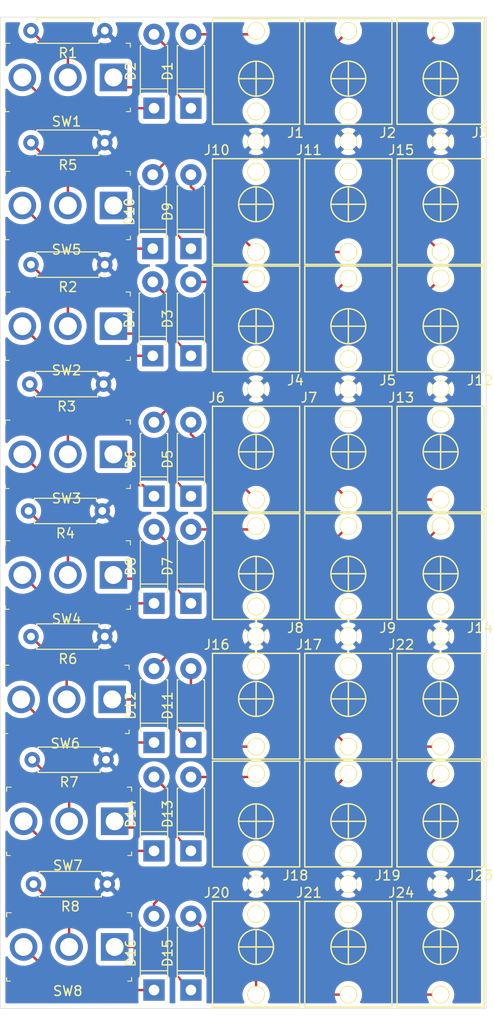
<source format=kicad_pcb>
(kicad_pcb (version 20171130) (host pcbnew "(5.1.6-0)")
  (layers (0 F.Cu signal) (31 B.Cu signal) (34 B.Paste user) (35 F.Paste user) (36 B.SilkS user) (37 F.SilkS user) (38 B.Mask user) (39 F.Mask user) (44 Edge.Cuts user))
  (net 0 "")
  (net 1 "Net-(D1-Pad1)")
  (net 2 "Net-(D1-Pad2)")
  (net 3 "Net-(D2-Pad1)")
  (net 4 "Net-(D2-Pad2)")
  (net 5 "Net-(D3-Pad1)")
  (net 6 "Net-(D3-Pad2)")
  (net 7 "Net-(D4-Pad1)")
  (net 8 "Net-(D4-Pad2)")
  (net 9 "Net-(D5-Pad1)")
  (net 10 "Net-(D5-Pad2)")
  (net 11 "Net-(D6-Pad1)")
  (net 12 "Net-(D6-Pad2)")
  (net 13 "Net-(D7-Pad1)")
  (net 14 "Net-(D7-Pad2)")
  (net 15 "Net-(D8-Pad1)")
  (net 16 "Net-(D8-Pad2)")
  (net 17 "Net-(D9-Pad1)")
  (net 18 "Net-(D9-Pad2)")
  (net 19 "Net-(D10-Pad1)")
  (net 20 "Net-(D10-Pad2)")
  (net 21 "Net-(D11-Pad1)")
  (net 22 "Net-(D11-Pad2)")
  (net 23 "Net-(D12-Pad1)")
  (net 24 "Net-(D12-Pad2)")
  (net 25 "Net-(D13-Pad1)")
  (net 26 "Net-(D13-Pad2)")
  (net 27 "Net-(D14-Pad1)")
  (net 28 "Net-(D14-Pad2)")
  (net 29 "Net-(D15-Pad1)")
  (net 30 "Net-(D15-Pad2)")
  (net 31 "Net-(D16-Pad1)")
  (net 32 "Net-(D16-Pad2)")
  (net 33 GND)
  (net 34 "Net-(J1-Pad2)")
  (net 35 "Net-(J2-Pad2)")
  (net 36 "Net-(J3-Pad2)")
  (net 37 "Net-(J4-Pad2)")
  (net 38 "Net-(J5-Pad2)")
  (net 39 "Net-(J6-Pad2)")
  (net 40 "Net-(J7-Pad2)")
  (net 41 "Net-(J8-Pad2)")
  (net 42 "Net-(J9-Pad2)")
  (net 43 "Net-(J10-Pad2)")
  (net 44 "Net-(J11-Pad2)")
  (net 45 "Net-(J12-Pad2)")
  (net 46 "Net-(J13-Pad2)")
  (net 47 "Net-(J14-Pad2)")
  (net 48 "Net-(J15-Pad2)")
  (net 49 "Net-(J16-Pad2)")
  (net 50 "Net-(J17-Pad2)")
  (net 51 "Net-(J18-Pad2)")
  (net 52 "Net-(J19-Pad2)")
  (net 53 "Net-(J20-Pad2)")
  (net 54 "Net-(J21-Pad2)")
  (net 55 "Net-(J22-Pad2)")
  (net 56 "Net-(J23-Pad2)")
  (net 57 "Net-(J24-Pad2)")
  (net 58 "Net-(J3-Pad3)")
  (net 59 "Net-(J12-Pad3)")
  (net 60 "Net-(J13-Pad3)")
  (net 61 "Net-(J14-Pad3)")
  (net 62 "Net-(J15-Pad3)")
  (net 63 "Net-(J22-Pad3)")
  (net 64 "Net-(J23-Pad3)")
  (net 65 "Net-(J24-Pad3)")
  (module digikey-footprints:Toggle_Switch_100SP1T1B4M2QE (layer F.Cu) (at 147.702 127.635 180)
    (fp_text reference SW8 (at 4.84 -4.55) (layer F.SilkS))
    (fp_text value SW_SPDT_MSM)
    (pad 3 thru_hole circle (at 9.4 0 180) (size 2.85 2.85) (drill 1.85) (layers *.Cu *.Mask) (net 31 "Net-(D16-Pad1)"))
    (pad 2 thru_hole circle (at 4.7 0 180) (size 2.85 2.85) (drill 1.85) (layers *.Cu *.Mask) (net 65 "Net-(J24-Pad3)"))
    (pad 1 thru_hole rect (at 0 0 180) (size 2.85 2.85) (drill 1.85) (layers *.Cu *.Mask) (net 29 "Net-(D15-Pad1)"))
  )
  (module digikey-footprints:Toggle_Switch_100SP1T1B4M2QE (layer F.Cu) (at 147.702 114.681 180)
    (fp_text reference SW7 (at 4.84 -4.55) (layer F.SilkS))
    (fp_text value SW_SPDT_MSM)
    (pad 3 thru_hole circle (at 9.4 0 180) (size 2.85 2.85) (drill 1.85) (layers *.Cu *.Mask) (net 27 "Net-(D14-Pad1)"))
    (pad 2 thru_hole circle (at 4.7 0 180) (size 2.85 2.85) (drill 1.85) (layers *.Cu *.Mask) (net 64 "Net-(J23-Pad3)"))
    (pad 1 thru_hole rect (at 0 0 180) (size 2.85 2.85) (drill 1.85) (layers *.Cu *.Mask) (net 25 "Net-(D13-Pad1)"))
  )
  (module digikey-footprints:Toggle_Switch_100SP1T1B4M2QE (layer F.Cu) (at 147.448 102.108 180)
    (fp_text reference SW6 (at 4.84 -4.55) (layer F.SilkS))
    (fp_text value SW_SPDT_MSM)
    (pad 3 thru_hole circle (at 9.4 0 180) (size 2.85 2.85) (drill 1.85) (layers *.Cu *.Mask) (net 23 "Net-(D12-Pad1)"))
    (pad 2 thru_hole circle (at 4.7 0 180) (size 2.85 2.85) (drill 1.85) (layers *.Cu *.Mask) (net 63 "Net-(J22-Pad3)"))
    (pad 1 thru_hole rect (at 0 0 180) (size 2.85 2.85) (drill 1.85) (layers *.Cu *.Mask) (net 21 "Net-(D11-Pad1)"))
  )
  (module digikey-footprints:Toggle_Switch_100SP1T1B4M2QE (layer F.Cu) (at 147.575 51.181 180)
    (fp_text reference SW5 (at 4.84 -4.55) (layer F.SilkS))
    (fp_text value SW_SPDT_MSM)
    (pad 3 thru_hole circle (at 9.4 0 180) (size 2.85 2.85) (drill 1.85) (layers *.Cu *.Mask) (net 19 "Net-(D10-Pad1)"))
    (pad 2 thru_hole circle (at 4.7 0 180) (size 2.85 2.85) (drill 1.85) (layers *.Cu *.Mask) (net 62 "Net-(J15-Pad3)"))
    (pad 1 thru_hole rect (at 0 0 180) (size 2.85 2.85) (drill 1.85) (layers *.Cu *.Mask) (net 17 "Net-(D9-Pad1)"))
  )
  (module digikey-footprints:Toggle_Switch_100SP1T1B4M2QE (layer F.Cu) (at 147.575 89.281 180)
    (fp_text reference SW4 (at 4.84 -4.55) (layer F.SilkS))
    (fp_text value SW_SPDT_MSM)
    (pad 3 thru_hole circle (at 9.4 0 180) (size 2.85 2.85) (drill 1.85) (layers *.Cu *.Mask) (net 15 "Net-(D8-Pad1)"))
    (pad 2 thru_hole circle (at 4.7 0 180) (size 2.85 2.85) (drill 1.85) (layers *.Cu *.Mask) (net 61 "Net-(J14-Pad3)"))
    (pad 1 thru_hole rect (at 0 0 180) (size 2.85 2.85) (drill 1.85) (layers *.Cu *.Mask) (net 13 "Net-(D7-Pad1)"))
  )
  (module digikey-footprints:Toggle_Switch_100SP1T1B4M2QE (layer F.Cu) (at 147.575 76.835 180)
    (fp_text reference SW3 (at 4.84 -4.55) (layer F.SilkS))
    (fp_text value SW_SPDT_MSM)
    (pad 3 thru_hole circle (at 9.4 0 180) (size 2.85 2.85) (drill 1.85) (layers *.Cu *.Mask) (net 11 "Net-(D6-Pad1)"))
    (pad 2 thru_hole circle (at 4.7 0 180) (size 2.85 2.85) (drill 1.85) (layers *.Cu *.Mask) (net 60 "Net-(J13-Pad3)"))
    (pad 1 thru_hole rect (at 0 0 180) (size 2.85 2.85) (drill 1.85) (layers *.Cu *.Mask) (net 9 "Net-(D5-Pad1)"))
  )
  (module digikey-footprints:Toggle_Switch_100SP1T1B4M2QE (layer F.Cu) (at 147.575 63.627 180)
    (fp_text reference SW2 (at 4.84 -4.55) (layer F.SilkS))
    (fp_text value SW_SPDT_MSM)
    (pad 3 thru_hole circle (at 9.4 0 180) (size 2.85 2.85) (drill 1.85) (layers *.Cu *.Mask) (net 7 "Net-(D4-Pad1)"))
    (pad 2 thru_hole circle (at 4.7 0 180) (size 2.85 2.85) (drill 1.85) (layers *.Cu *.Mask) (net 59 "Net-(J12-Pad3)"))
    (pad 1 thru_hole rect (at 0 0 180) (size 2.85 2.85) (drill 1.85) (layers *.Cu *.Mask) (net 5 "Net-(D3-Pad1)"))
  )
  (module digikey-footprints:Toggle_Switch_100SP1T1B4M2QE (layer F.Cu) (at 147.575 37.973 180)
    (fp_text reference SW1 (at 4.84 -4.55) (layer F.SilkS))
    (fp_text value SW_SPDT_MSM)
    (pad 3 thru_hole circle (at 9.4 0 180) (size 2.85 2.85) (drill 1.85) (layers *.Cu *.Mask) (net 3 "Net-(D2-Pad1)"))
    (pad 2 thru_hole circle (at 4.7 0 180) (size 2.85 2.85) (drill 1.85) (layers *.Cu *.Mask) (net 58 "Net-(J3-Pad3)"))
    (pad 1 thru_hole rect (at 0 0 180) (size 2.85 2.85) (drill 1.85) (layers *.Cu *.Mask) (net 1 "Net-(D1-Pad1)"))
  )
  (module Resistors_ThroughHole:R_Axial_DIN0207_L6.3mm_D2.5mm_P7.62mm_Horizontal (layer F.Cu) (at 146.939 121.158 180)
    (fp_text reference R8 (at 3.81 -2.31) (layer F.SilkS))
    (fp_text value 1M)
    (pad 1 thru_hole circle (at 0 0 180) (size 1.6 1.6) (drill 0.8) (layers *.Cu *.Mask) (net 33 GND))
    (pad 2 thru_hole oval (at 7.62 0 180) (size 1.6 1.6) (drill 0.8) (layers *.Cu *.Mask) (net 65 "Net-(J24-Pad3)"))
  )
  (module Resistors_ThroughHole:R_Axial_DIN0207_L6.3mm_D2.5mm_P7.62mm_Horizontal (layer F.Cu) (at 146.812 108.331 180)
    (fp_text reference R7 (at 3.81 -2.31) (layer F.SilkS))
    (fp_text value 1M)
    (pad 1 thru_hole circle (at 0 0 180) (size 1.6 1.6) (drill 0.8) (layers *.Cu *.Mask) (net 33 GND))
    (pad 2 thru_hole oval (at 7.62 0 180) (size 1.6 1.6) (drill 0.8) (layers *.Cu *.Mask) (net 64 "Net-(J23-Pad3)"))
  )
  (module Resistors_ThroughHole:R_Axial_DIN0207_L6.3mm_D2.5mm_P7.62mm_Horizontal (layer F.Cu) (at 146.685 95.631 180)
    (fp_text reference R6 (at 3.81 -2.31) (layer F.SilkS))
    (fp_text value 1M)
    (pad 1 thru_hole circle (at 0 0 180) (size 1.6 1.6) (drill 0.8) (layers *.Cu *.Mask) (net 33 GND))
    (pad 2 thru_hole oval (at 7.62 0 180) (size 1.6 1.6) (drill 0.8) (layers *.Cu *.Mask) (net 63 "Net-(J22-Pad3)"))
  )
  (module Resistors_ThroughHole:R_Axial_DIN0207_L6.3mm_D2.5mm_P7.62mm_Horizontal (layer F.Cu) (at 146.685 44.704 180)
    (fp_text reference R5 (at 3.81 -2.31) (layer F.SilkS))
    (fp_text value 1M)
    (pad 1 thru_hole circle (at 0 0 180) (size 1.6 1.6) (drill 0.8) (layers *.Cu *.Mask) (net 33 GND))
    (pad 2 thru_hole oval (at 7.62 0 180) (size 1.6 1.6) (drill 0.8) (layers *.Cu *.Mask) (net 62 "Net-(J15-Pad3)"))
  )
  (module Resistors_ThroughHole:R_Axial_DIN0207_L6.3mm_D2.5mm_P7.62mm_Horizontal (layer F.Cu) (at 146.431 82.677 180)
    (fp_text reference R4 (at 3.81 -2.31) (layer F.SilkS))
    (fp_text value 1M)
    (pad 1 thru_hole circle (at 0 0 180) (size 1.6 1.6) (drill 0.8) (layers *.Cu *.Mask) (net 33 GND))
    (pad 2 thru_hole oval (at 7.62 0 180) (size 1.6 1.6) (drill 0.8) (layers *.Cu *.Mask) (net 61 "Net-(J14-Pad3)"))
  )
  (module Resistors_ThroughHole:R_Axial_DIN0207_L6.3mm_D2.5mm_P7.62mm_Horizontal (layer F.Cu) (at 146.558 69.596 180)
    (fp_text reference R3 (at 3.81 -2.31) (layer F.SilkS))
    (fp_text value 1M)
    (pad 1 thru_hole circle (at 0 0 180) (size 1.6 1.6) (drill 0.8) (layers *.Cu *.Mask) (net 33 GND))
    (pad 2 thru_hole oval (at 7.62 0 180) (size 1.6 1.6) (drill 0.8) (layers *.Cu *.Mask) (net 60 "Net-(J13-Pad3)"))
  )
  (module Resistors_ThroughHole:R_Axial_DIN0207_L6.3mm_D2.5mm_P7.62mm_Horizontal (layer F.Cu) (at 146.685 57.277 180)
    (fp_text reference R2 (at 3.81 -2.31) (layer F.SilkS))
    (fp_text value 1M)
    (pad 1 thru_hole circle (at 0 0 180) (size 1.6 1.6) (drill 0.8) (layers *.Cu *.Mask) (net 33 GND))
    (pad 2 thru_hole oval (at 7.62 0 180) (size 1.6 1.6) (drill 0.8) (layers *.Cu *.Mask) (net 59 "Net-(J12-Pad3)"))
  )
  (module Resistors_ThroughHole:R_Axial_DIN0207_L6.3mm_D2.5mm_P7.62mm_Horizontal (layer F.Cu) (at 146.685 33.147 180)
    (fp_text reference R1 (at 3.81 -2.31) (layer F.SilkS))
    (fp_text value 1M)
    (pad 1 thru_hole circle (at 0 0 180) (size 1.6 1.6) (drill 0.8) (layers *.Cu *.Mask) (net 33 GND))
    (pad 2 thru_hole oval (at 7.62 0 180) (size 1.6 1.6) (drill 0.8) (layers *.Cu *.Mask) (net 58 "Net-(J3-Pad3)"))
  )
  (module Eurocad:PJ301M-12 (layer F.Cu) (at 181.356 127.635 180)
    (fp_text reference J24 (at 4.064 5.588) (layer F.SilkS))
    (fp_text value AB?)
    (pad 3 thru_hole circle (at 0 -4.92 180) (size 1.8 1.8) (drill 1.6) (layers *.Cu *.Mask F.SilkS) (net 65 "Net-(J24-Pad3)"))
    (pad 1 thru_hole circle (at 0 6.48 180) (size 1.8 1.8) (drill 1.6) (layers *.Cu *.Mask F.SilkS) (net 33 GND))
    (pad 2 thru_hole circle (at 0 3.38 180) (size 1.8 1.8) (drill 1.6) (layers *.Cu *.Mask F.SilkS) (net 57 "Net-(J24-Pad2)"))
  )
  (module Eurocad:PJ301M-12 (layer F.Cu) (at 181.356 114.681)
    (fp_text reference J23 (at 4.064 5.588) (layer F.SilkS))
    (fp_text value AB7)
    (pad 3 thru_hole circle (at 0 -4.92) (size 1.8 1.8) (drill 1.6) (layers *.Cu *.Mask F.SilkS) (net 64 "Net-(J23-Pad3)"))
    (pad 1 thru_hole circle (at 0 6.48) (size 1.8 1.8) (drill 1.6) (layers *.Cu *.Mask F.SilkS) (net 33 GND))
    (pad 2 thru_hole circle (at 0 3.38) (size 1.8 1.8) (drill 1.6) (layers *.Cu *.Mask F.SilkS) (net 56 "Net-(J23-Pad2)"))
  )
  (module Eurocad:PJ301M-12 (layer F.Cu) (at 181.356 102.059 180)
    (fp_text reference J22 (at 4.064 5.588) (layer F.SilkS))
    (fp_text value AB6)
    (pad 3 thru_hole circle (at 0 -4.92 180) (size 1.8 1.8) (drill 1.6) (layers *.Cu *.Mask F.SilkS) (net 63 "Net-(J22-Pad3)"))
    (pad 1 thru_hole circle (at 0 6.48 180) (size 1.8 1.8) (drill 1.6) (layers *.Cu *.Mask F.SilkS) (net 33 GND))
    (pad 2 thru_hole circle (at 0 3.38 180) (size 1.8 1.8) (drill 1.6) (layers *.Cu *.Mask F.SilkS) (net 55 "Net-(J22-Pad2)"))
  )
  (module Eurocad:PJ301M-12 (layer F.Cu) (at 171.831 127.635 180)
    (fp_text reference J21 (at 4.064 5.588) (layer F.SilkS))
    (fp_text value B8)
    (pad 3 thru_hole circle (at 0 -4.92 180) (size 1.8 1.8) (drill 1.6) (layers *.Cu *.Mask F.SilkS) (net 32 "Net-(D16-Pad2)"))
    (pad 1 thru_hole circle (at 0 6.48 180) (size 1.8 1.8) (drill 1.6) (layers *.Cu *.Mask F.SilkS) (net 33 GND))
    (pad 2 thru_hole circle (at 0 3.38 180) (size 1.8 1.8) (drill 1.6) (layers *.Cu *.Mask F.SilkS) (net 54 "Net-(J21-Pad2)"))
  )
  (module Eurocad:PJ301M-12 (layer F.Cu) (at 162.306 127.635 180)
    (fp_text reference J20 (at 4.064 5.588) (layer F.SilkS))
    (fp_text value A8)
    (pad 3 thru_hole circle (at 0 -4.92 180) (size 1.8 1.8) (drill 1.6) (layers *.Cu *.Mask F.SilkS) (net 30 "Net-(D15-Pad2)"))
    (pad 1 thru_hole circle (at 0 6.48 180) (size 1.8 1.8) (drill 1.6) (layers *.Cu *.Mask F.SilkS) (net 33 GND))
    (pad 2 thru_hole circle (at 0 3.38 180) (size 1.8 1.8) (drill 1.6) (layers *.Cu *.Mask F.SilkS) (net 53 "Net-(J20-Pad2)"))
  )
  (module Eurocad:PJ301M-12 (layer F.Cu) (at 171.831 114.681)
    (fp_text reference J19 (at 4.064 5.588) (layer F.SilkS))
    (fp_text value B7)
    (pad 3 thru_hole circle (at 0 -4.92) (size 1.8 1.8) (drill 1.6) (layers *.Cu *.Mask F.SilkS) (net 28 "Net-(D14-Pad2)"))
    (pad 1 thru_hole circle (at 0 6.48) (size 1.8 1.8) (drill 1.6) (layers *.Cu *.Mask F.SilkS) (net 33 GND))
    (pad 2 thru_hole circle (at 0 3.38) (size 1.8 1.8) (drill 1.6) (layers *.Cu *.Mask F.SilkS) (net 52 "Net-(J19-Pad2)"))
  )
  (module Eurocad:PJ301M-12 (layer F.Cu) (at 162.306 114.681)
    (fp_text reference J18 (at 4.064 5.588) (layer F.SilkS))
    (fp_text value A7)
    (pad 3 thru_hole circle (at 0 -4.92) (size 1.8 1.8) (drill 1.6) (layers *.Cu *.Mask F.SilkS) (net 26 "Net-(D13-Pad2)"))
    (pad 1 thru_hole circle (at 0 6.48) (size 1.8 1.8) (drill 1.6) (layers *.Cu *.Mask F.SilkS) (net 33 GND))
    (pad 2 thru_hole circle (at 0 3.38) (size 1.8 1.8) (drill 1.6) (layers *.Cu *.Mask F.SilkS) (net 51 "Net-(J18-Pad2)"))
  )
  (module Eurocad:PJ301M-12 (layer F.Cu) (at 171.831 102.059 180)
    (fp_text reference J17 (at 4.064 5.588) (layer F.SilkS))
    (fp_text value B6)
    (pad 3 thru_hole circle (at 0 -4.92 180) (size 1.8 1.8) (drill 1.6) (layers *.Cu *.Mask F.SilkS) (net 24 "Net-(D12-Pad2)"))
    (pad 1 thru_hole circle (at 0 6.48 180) (size 1.8 1.8) (drill 1.6) (layers *.Cu *.Mask F.SilkS) (net 33 GND))
    (pad 2 thru_hole circle (at 0 3.38 180) (size 1.8 1.8) (drill 1.6) (layers *.Cu *.Mask F.SilkS) (net 50 "Net-(J17-Pad2)"))
  )
  (module Eurocad:PJ301M-12 (layer F.Cu) (at 162.306 102.059 180)
    (fp_text reference J16 (at 4.064 5.588) (layer F.SilkS))
    (fp_text value A6)
    (pad 3 thru_hole circle (at 0 -4.92 180) (size 1.8 1.8) (drill 1.6) (layers *.Cu *.Mask F.SilkS) (net 22 "Net-(D11-Pad2)"))
    (pad 1 thru_hole circle (at 0 6.48 180) (size 1.8 1.8) (drill 1.6) (layers *.Cu *.Mask F.SilkS) (net 33 GND))
    (pad 2 thru_hole circle (at 0 3.38 180) (size 1.8 1.8) (drill 1.6) (layers *.Cu *.Mask F.SilkS) (net 49 "Net-(J16-Pad2)"))
  )
  (module Eurocad:PJ301M-12 (layer F.Cu) (at 181.356 51.054 180)
    (fp_text reference J15 (at 4.064 5.588) (layer F.SilkS))
    (fp_text value AB2)
    (pad 3 thru_hole circle (at 0 -4.92 180) (size 1.8 1.8) (drill 1.6) (layers *.Cu *.Mask F.SilkS) (net 62 "Net-(J15-Pad3)"))
    (pad 1 thru_hole circle (at 0 6.48 180) (size 1.8 1.8) (drill 1.6) (layers *.Cu *.Mask F.SilkS) (net 33 GND))
    (pad 2 thru_hole circle (at 0 3.38 180) (size 1.8 1.8) (drill 1.6) (layers *.Cu *.Mask F.SilkS) (net 48 "Net-(J15-Pad2)"))
  )
  (module Eurocad:PJ301M-12 (layer F.Cu) (at 181.356 89.154)
    (fp_text reference J14 (at 4.064 5.588) (layer F.SilkS))
    (fp_text value AB5)
    (pad 3 thru_hole circle (at 0 -4.92) (size 1.8 1.8) (drill 1.6) (layers *.Cu *.Mask F.SilkS) (net 61 "Net-(J14-Pad3)"))
    (pad 1 thru_hole circle (at 0 6.48) (size 1.8 1.8) (drill 1.6) (layers *.Cu *.Mask F.SilkS) (net 33 GND))
    (pad 2 thru_hole circle (at 0 3.38) (size 1.8 1.8) (drill 1.6) (layers *.Cu *.Mask F.SilkS) (net 47 "Net-(J14-Pad2)"))
  )
  (module Eurocad:PJ301M-12 (layer F.Cu) (at 181.356 76.581 180)
    (fp_text reference J13 (at 4.064 5.588) (layer F.SilkS))
    (fp_text value AB4)
    (pad 3 thru_hole circle (at 0 -4.92 180) (size 1.8 1.8) (drill 1.6) (layers *.Cu *.Mask F.SilkS) (net 60 "Net-(J13-Pad3)"))
    (pad 1 thru_hole circle (at 0 6.48 180) (size 1.8 1.8) (drill 1.6) (layers *.Cu *.Mask F.SilkS) (net 33 GND))
    (pad 2 thru_hole circle (at 0 3.38 180) (size 1.8 1.8) (drill 1.6) (layers *.Cu *.Mask F.SilkS) (net 46 "Net-(J13-Pad2)"))
  )
  (module Eurocad:PJ301M-12 (layer F.Cu) (at 181.356 63.627)
    (fp_text reference J12 (at 4.064 5.588) (layer F.SilkS))
    (fp_text value AB3)
    (pad 3 thru_hole circle (at 0 -4.92) (size 1.8 1.8) (drill 1.6) (layers *.Cu *.Mask F.SilkS) (net 59 "Net-(J12-Pad3)"))
    (pad 1 thru_hole circle (at 0 6.48) (size 1.8 1.8) (drill 1.6) (layers *.Cu *.Mask F.SilkS) (net 33 GND))
    (pad 2 thru_hole circle (at 0 3.38) (size 1.8 1.8) (drill 1.6) (layers *.Cu *.Mask F.SilkS) (net 45 "Net-(J12-Pad2)"))
  )
  (module Eurocad:PJ301M-12 (layer F.Cu) (at 171.831 51.054 180)
    (fp_text reference J11 (at 4.064 5.588) (layer F.SilkS))
    (fp_text value B2)
    (pad 3 thru_hole circle (at 0 -4.92 180) (size 1.8 1.8) (drill 1.6) (layers *.Cu *.Mask F.SilkS) (net 20 "Net-(D10-Pad2)"))
    (pad 1 thru_hole circle (at 0 6.48 180) (size 1.8 1.8) (drill 1.6) (layers *.Cu *.Mask F.SilkS) (net 33 GND))
    (pad 2 thru_hole circle (at 0 3.38 180) (size 1.8 1.8) (drill 1.6) (layers *.Cu *.Mask F.SilkS) (net 44 "Net-(J11-Pad2)"))
  )
  (module Eurocad:PJ301M-12 (layer F.Cu) (at 162.306 51.054 180)
    (fp_text reference J10 (at 4.064 5.588) (layer F.SilkS))
    (fp_text value A2)
    (pad 3 thru_hole circle (at 0 -4.92 180) (size 1.8 1.8) (drill 1.6) (layers *.Cu *.Mask F.SilkS) (net 18 "Net-(D9-Pad2)"))
    (pad 1 thru_hole circle (at 0 6.48 180) (size 1.8 1.8) (drill 1.6) (layers *.Cu *.Mask F.SilkS) (net 33 GND))
    (pad 2 thru_hole circle (at 0 3.38 180) (size 1.8 1.8) (drill 1.6) (layers *.Cu *.Mask F.SilkS) (net 43 "Net-(J10-Pad2)"))
  )
  (module Eurocad:PJ301M-12 (layer F.Cu) (at 171.831 89.154)
    (fp_text reference J9 (at 4.064 5.588) (layer F.SilkS))
    (fp_text value B5)
    (pad 3 thru_hole circle (at 0 -4.92) (size 1.8 1.8) (drill 1.6) (layers *.Cu *.Mask F.SilkS) (net 16 "Net-(D8-Pad2)"))
    (pad 1 thru_hole circle (at 0 6.48) (size 1.8 1.8) (drill 1.6) (layers *.Cu *.Mask F.SilkS) (net 33 GND))
    (pad 2 thru_hole circle (at 0 3.38) (size 1.8 1.8) (drill 1.6) (layers *.Cu *.Mask F.SilkS) (net 42 "Net-(J9-Pad2)"))
  )
  (module Eurocad:PJ301M-12 (layer F.Cu) (at 162.306 89.154)
    (fp_text reference J8 (at 4.064 5.588) (layer F.SilkS))
    (fp_text value A5)
    (pad 3 thru_hole circle (at 0 -4.92) (size 1.8 1.8) (drill 1.6) (layers *.Cu *.Mask F.SilkS) (net 14 "Net-(D7-Pad2)"))
    (pad 1 thru_hole circle (at 0 6.48) (size 1.8 1.8) (drill 1.6) (layers *.Cu *.Mask F.SilkS) (net 33 GND))
    (pad 2 thru_hole circle (at 0 3.38) (size 1.8 1.8) (drill 1.6) (layers *.Cu *.Mask F.SilkS) (net 41 "Net-(J8-Pad2)"))
  )
  (module Eurocad:PJ301M-12 (layer F.Cu) (at 171.831 76.581 180)
    (fp_text reference J7 (at 4.064 5.588) (layer F.SilkS))
    (fp_text value B4)
    (pad 3 thru_hole circle (at 0 -4.92 180) (size 1.8 1.8) (drill 1.6) (layers *.Cu *.Mask F.SilkS) (net 12 "Net-(D6-Pad2)"))
    (pad 1 thru_hole circle (at 0 6.48 180) (size 1.8 1.8) (drill 1.6) (layers *.Cu *.Mask F.SilkS) (net 33 GND))
    (pad 2 thru_hole circle (at 0 3.38 180) (size 1.8 1.8) (drill 1.6) (layers *.Cu *.Mask F.SilkS) (net 40 "Net-(J7-Pad2)"))
  )
  (module Eurocad:PJ301M-12 (layer F.Cu) (at 162.306 76.581 180)
    (fp_text reference J6 (at 4.064 5.588) (layer F.SilkS))
    (fp_text value A4)
    (pad 3 thru_hole circle (at 0 -4.92 180) (size 1.8 1.8) (drill 1.6) (layers *.Cu *.Mask F.SilkS) (net 10 "Net-(D5-Pad2)"))
    (pad 1 thru_hole circle (at 0 6.48 180) (size 1.8 1.8) (drill 1.6) (layers *.Cu *.Mask F.SilkS) (net 33 GND))
    (pad 2 thru_hole circle (at 0 3.38 180) (size 1.8 1.8) (drill 1.6) (layers *.Cu *.Mask F.SilkS) (net 39 "Net-(J6-Pad2)"))
  )
  (module Eurocad:PJ301M-12 (layer F.Cu) (at 171.831 63.627)
    (fp_text reference J5 (at 4.064 5.588) (layer F.SilkS))
    (fp_text value B3)
    (pad 3 thru_hole circle (at 0 -4.92) (size 1.8 1.8) (drill 1.6) (layers *.Cu *.Mask F.SilkS) (net 8 "Net-(D4-Pad2)"))
    (pad 1 thru_hole circle (at 0 6.48) (size 1.8 1.8) (drill 1.6) (layers *.Cu *.Mask F.SilkS) (net 33 GND))
    (pad 2 thru_hole circle (at 0 3.38) (size 1.8 1.8) (drill 1.6) (layers *.Cu *.Mask F.SilkS) (net 38 "Net-(J5-Pad2)"))
  )
  (module Eurocad:PJ301M-12 (layer F.Cu) (at 162.306 63.627)
    (fp_text reference J4 (at 4.064 5.588) (layer F.SilkS))
    (fp_text value A3)
    (pad 3 thru_hole circle (at 0 -4.92) (size 1.8 1.8) (drill 1.6) (layers *.Cu *.Mask F.SilkS) (net 6 "Net-(D3-Pad2)"))
    (pad 1 thru_hole circle (at 0 6.48) (size 1.8 1.8) (drill 1.6) (layers *.Cu *.Mask F.SilkS) (net 33 GND))
    (pad 2 thru_hole circle (at 0 3.38) (size 1.8 1.8) (drill 1.6) (layers *.Cu *.Mask F.SilkS) (net 37 "Net-(J4-Pad2)"))
  )
  (module Eurocad:PJ301M-12 (layer F.Cu) (at 181.356 38.1)
    (fp_text reference J3 (at 4.064 5.588) (layer F.SilkS))
    (fp_text value AB1)
    (pad 3 thru_hole circle (at 0 -4.92) (size 1.8 1.8) (drill 1.6) (layers *.Cu *.Mask F.SilkS) (net 58 "Net-(J3-Pad3)"))
    (pad 1 thru_hole circle (at 0 6.48) (size 1.8 1.8) (drill 1.6) (layers *.Cu *.Mask F.SilkS) (net 33 GND))
    (pad 2 thru_hole circle (at 0 3.38) (size 1.8 1.8) (drill 1.6) (layers *.Cu *.Mask F.SilkS) (net 36 "Net-(J3-Pad2)"))
  )
  (module Eurocad:PJ301M-12 (layer F.Cu) (at 171.831 38.1)
    (fp_text reference J2 (at 4.064 5.588) (layer F.SilkS))
    (fp_text value B1)
    (pad 3 thru_hole circle (at 0 -4.92) (size 1.8 1.8) (drill 1.6) (layers *.Cu *.Mask F.SilkS) (net 4 "Net-(D2-Pad2)"))
    (pad 1 thru_hole circle (at 0 6.48) (size 1.8 1.8) (drill 1.6) (layers *.Cu *.Mask F.SilkS) (net 33 GND))
    (pad 2 thru_hole circle (at 0 3.38) (size 1.8 1.8) (drill 1.6) (layers *.Cu *.Mask F.SilkS) (net 35 "Net-(J2-Pad2)"))
  )
  (module Eurocad:PJ301M-12 (layer F.Cu) (at 162.306 38.1)
    (fp_text reference J1 (at 4.064 5.588) (layer F.SilkS))
    (fp_text value A1)
    (pad 3 thru_hole circle (at 0 -4.92) (size 1.8 1.8) (drill 1.6) (layers *.Cu *.Mask F.SilkS) (net 2 "Net-(D1-Pad2)"))
    (pad 1 thru_hole circle (at 0 6.48) (size 1.8 1.8) (drill 1.6) (layers *.Cu *.Mask F.SilkS) (net 33 GND))
    (pad 2 thru_hole circle (at 0 3.38) (size 1.8 1.8) (drill 1.6) (layers *.Cu *.Mask F.SilkS) (net 34 "Net-(J1-Pad2)"))
  )
  (module Diodes_ThroughHole:D_DO-41_SOD81_P7.62mm_Horizontal (layer F.Cu) (at 151.765 132.08 90)
    (fp_text reference D16 (at 3.81 -2.41 90) (layer F.SilkS))
    (fp_text value 4148)
    (pad 1 thru_hole rect (at 0 0 90) (size 2.2 2.2) (drill 1.1) (layers *.Cu *.Mask) (net 31 "Net-(D16-Pad1)"))
    (pad 2 thru_hole oval (at 7.62 0 90) (size 2.2 2.2) (drill 1.1) (layers *.Cu *.Mask) (net 32 "Net-(D16-Pad2)"))
  )
  (module Diodes_ThroughHole:D_DO-41_SOD81_P7.62mm_Horizontal (layer F.Cu) (at 155.575 132.08 90)
    (fp_text reference D15 (at 3.81 -2.41 90) (layer F.SilkS))
    (fp_text value 4148)
    (pad 1 thru_hole rect (at 0 0 90) (size 2.2 2.2) (drill 1.1) (layers *.Cu *.Mask) (net 29 "Net-(D15-Pad1)"))
    (pad 2 thru_hole oval (at 7.62 0 90) (size 2.2 2.2) (drill 1.1) (layers *.Cu *.Mask) (net 30 "Net-(D15-Pad2)"))
  )
  (module Diodes_ThroughHole:D_DO-41_SOD81_P7.62mm_Horizontal (layer F.Cu) (at 151.765 117.729 90)
    (fp_text reference D14 (at 3.81 -2.41 90) (layer F.SilkS))
    (fp_text value 4148)
    (pad 1 thru_hole rect (at 0 0 90) (size 2.2 2.2) (drill 1.1) (layers *.Cu *.Mask) (net 27 "Net-(D14-Pad1)"))
    (pad 2 thru_hole oval (at 7.62 0 90) (size 2.2 2.2) (drill 1.1) (layers *.Cu *.Mask) (net 28 "Net-(D14-Pad2)"))
  )
  (module Diodes_ThroughHole:D_DO-41_SOD81_P7.62mm_Horizontal (layer F.Cu) (at 155.575 117.729 90)
    (fp_text reference D13 (at 3.81 -2.41 90) (layer F.SilkS))
    (fp_text value 4148)
    (pad 1 thru_hole rect (at 0 0 90) (size 2.2 2.2) (drill 1.1) (layers *.Cu *.Mask) (net 25 "Net-(D13-Pad1)"))
    (pad 2 thru_hole oval (at 7.62 0 90) (size 2.2 2.2) (drill 1.1) (layers *.Cu *.Mask) (net 26 "Net-(D13-Pad2)"))
  )
  (module Diodes_ThroughHole:D_DO-41_SOD81_P7.62mm_Horizontal (layer F.Cu) (at 151.765 106.553 90)
    (fp_text reference D12 (at 3.81 -2.41 90) (layer F.SilkS))
    (fp_text value 4148)
    (pad 1 thru_hole rect (at 0 0 90) (size 2.2 2.2) (drill 1.1) (layers *.Cu *.Mask) (net 23 "Net-(D12-Pad1)"))
    (pad 2 thru_hole oval (at 7.62 0 90) (size 2.2 2.2) (drill 1.1) (layers *.Cu *.Mask) (net 24 "Net-(D12-Pad2)"))
  )
  (module Diodes_ThroughHole:D_DO-41_SOD81_P7.62mm_Horizontal (layer F.Cu) (at 155.575 106.553 90)
    (fp_text reference D11 (at 3.81 -2.41 90) (layer F.SilkS))
    (fp_text value 4148)
    (pad 1 thru_hole rect (at 0 0 90) (size 2.2 2.2) (drill 1.1) (layers *.Cu *.Mask) (net 21 "Net-(D11-Pad1)"))
    (pad 2 thru_hole oval (at 7.62 0 90) (size 2.2 2.2) (drill 1.1) (layers *.Cu *.Mask) (net 22 "Net-(D11-Pad2)"))
  )
  (module Diodes_ThroughHole:D_DO-41_SOD81_P7.62mm_Horizontal (layer F.Cu) (at 151.638 55.626 90)
    (fp_text reference D10 (at 3.81 -2.41 90) (layer F.SilkS))
    (fp_text value 4148)
    (pad 1 thru_hole rect (at 0 0 90) (size 2.2 2.2) (drill 1.1) (layers *.Cu *.Mask) (net 19 "Net-(D10-Pad1)"))
    (pad 2 thru_hole oval (at 7.62 0 90) (size 2.2 2.2) (drill 1.1) (layers *.Cu *.Mask) (net 20 "Net-(D10-Pad2)"))
  )
  (module Diodes_ThroughHole:D_DO-41_SOD81_P7.62mm_Horizontal (layer F.Cu) (at 155.575 55.626 90)
    (fp_text reference D9 (at 3.81 -2.41 90) (layer F.SilkS))
    (fp_text value 4148)
    (pad 1 thru_hole rect (at 0 0 90) (size 2.2 2.2) (drill 1.1) (layers *.Cu *.Mask) (net 17 "Net-(D9-Pad1)"))
    (pad 2 thru_hole oval (at 7.62 0 90) (size 2.2 2.2) (drill 1.1) (layers *.Cu *.Mask) (net 18 "Net-(D9-Pad2)"))
  )
  (module Diodes_ThroughHole:D_DO-41_SOD81_P7.62mm_Horizontal (layer F.Cu) (at 151.765 92.202 90)
    (fp_text reference D8 (at 3.81 -2.41 90) (layer F.SilkS))
    (fp_text value 4148)
    (pad 1 thru_hole rect (at 0 0 90) (size 2.2 2.2) (drill 1.1) (layers *.Cu *.Mask) (net 15 "Net-(D8-Pad1)"))
    (pad 2 thru_hole oval (at 7.62 0 90) (size 2.2 2.2) (drill 1.1) (layers *.Cu *.Mask) (net 16 "Net-(D8-Pad2)"))
  )
  (module Diodes_ThroughHole:D_DO-41_SOD81_P7.62mm_Horizontal (layer F.Cu) (at 155.575 92.202 90)
    (fp_text reference D7 (at 3.81 -2.41 90) (layer F.SilkS))
    (fp_text value 4148)
    (pad 1 thru_hole rect (at 0 0 90) (size 2.2 2.2) (drill 1.1) (layers *.Cu *.Mask) (net 13 "Net-(D7-Pad1)"))
    (pad 2 thru_hole oval (at 7.62 0 90) (size 2.2 2.2) (drill 1.1) (layers *.Cu *.Mask) (net 14 "Net-(D7-Pad2)"))
  )
  (module Diodes_ThroughHole:D_DO-41_SOD81_P7.62mm_Horizontal (layer F.Cu) (at 151.765 81.153 90)
    (fp_text reference D6 (at 3.81 -2.41 90) (layer F.SilkS))
    (fp_text value 4148)
    (pad 1 thru_hole rect (at 0 0 90) (size 2.2 2.2) (drill 1.1) (layers *.Cu *.Mask) (net 11 "Net-(D6-Pad1)"))
    (pad 2 thru_hole oval (at 7.62 0 90) (size 2.2 2.2) (drill 1.1) (layers *.Cu *.Mask) (net 12 "Net-(D6-Pad2)"))
  )
  (module Diodes_ThroughHole:D_DO-41_SOD81_P7.62mm_Horizontal (layer F.Cu) (at 155.575 81.153 90)
    (fp_text reference D5 (at 3.81 -2.41 90) (layer F.SilkS))
    (fp_text value 4148)
    (pad 1 thru_hole rect (at 0 0 90) (size 2.2 2.2) (drill 1.1) (layers *.Cu *.Mask) (net 9 "Net-(D5-Pad1)"))
    (pad 2 thru_hole oval (at 7.62 0 90) (size 2.2 2.2) (drill 1.1) (layers *.Cu *.Mask) (net 10 "Net-(D5-Pad2)"))
  )
  (module Diodes_ThroughHole:D_DO-41_SOD81_P7.62mm_Horizontal (layer F.Cu) (at 151.638 66.675 90)
    (fp_text reference D4 (at 3.81 -2.41 90) (layer F.SilkS))
    (fp_text value 4148)
    (pad 1 thru_hole rect (at 0 0 90) (size 2.2 2.2) (drill 1.1) (layers *.Cu *.Mask) (net 7 "Net-(D4-Pad1)"))
    (pad 2 thru_hole oval (at 7.62 0 90) (size 2.2 2.2) (drill 1.1) (layers *.Cu *.Mask) (net 8 "Net-(D4-Pad2)"))
  )
  (module Diodes_ThroughHole:D_DO-41_SOD81_P7.62mm_Horizontal (layer F.Cu) (at 155.575 66.675 90)
    (fp_text reference D3 (at 3.81 -2.41 90) (layer F.SilkS))
    (fp_text value 4148)
    (pad 1 thru_hole rect (at 0 0 90) (size 2.2 2.2) (drill 1.1) (layers *.Cu *.Mask) (net 5 "Net-(D3-Pad1)"))
    (pad 2 thru_hole oval (at 7.62 0 90) (size 2.2 2.2) (drill 1.1) (layers *.Cu *.Mask) (net 6 "Net-(D3-Pad2)"))
  )
  (module Diodes_ThroughHole:D_DO-41_SOD81_P7.62mm_Horizontal (layer F.Cu) (at 151.765 41.148 90)
    (fp_text reference D2 (at 3.81 -2.41 90) (layer F.SilkS))
    (fp_text value 4148)
    (pad 1 thru_hole rect (at 0 0 90) (size 2.2 2.2) (drill 1.1) (layers *.Cu *.Mask) (net 3 "Net-(D2-Pad1)"))
    (pad 2 thru_hole oval (at 7.62 0 90) (size 2.2 2.2) (drill 1.1) (layers *.Cu *.Mask) (net 4 "Net-(D2-Pad2)"))
  )
  (module Diodes_ThroughHole:D_DO-41_SOD81_P7.62mm_Horizontal (layer F.Cu) (at 155.575 41.148 90)
    (fp_text reference D1 (at 3.81 -2.41 90) (layer F.SilkS))
    (fp_text value 4148)
    (pad 1 thru_hole rect (at 0 0 90) (size 2.2 2.2) (drill 1.1) (layers *.Cu *.Mask) (net 1 "Net-(D1-Pad1)"))
    (pad 2 thru_hole oval (at 7.62 0 90) (size 2.2 2.2) (drill 1.1) (layers *.Cu *.Mask) (net 2 "Net-(D1-Pad2)"))
  )
  (gr_line (start 135.89 133.985) (end 135.89 132.08) (layer Edge.Cuts) (width 0.05))
  (gr_line (start 186.055 133.985) (end 135.89 133.985) (layer Edge.Cuts) (width 0.05))
  (gr_line (start 186.055 132.08) (end 186.055 133.985) (layer Edge.Cuts) (width 0.05))
  (gr_line (start 135.89 31.75) (end 135.89 132.08) (layer Edge.Cuts) (width 0.05))
  (gr_line (start 146.05 31.75) (end 135.89 31.75) (layer Edge.Cuts) (width 0.05))
  (gr_line (start 186.055 31.75) (end 186.055 132.08) (layer Edge.Cuts) (width 0.05))
  (gr_line (start 146.05 31.75) (end 186.055 31.75) (layer Edge.Cuts) (width 0.05))
  (segment (start 147.575 37.973) (end 148.59 37.973) (width 0.25) (layer F.Cu) (net 1))
  (segment (start 155.575 41.148) (end 153.416 38.989) (width 0.25) (layer F.Cu) (net 1))
  (segment (start 148.591 38.989) (end 147.575 37.973) (width 0.25) (layer F.Cu) (net 1))
  (segment (start 153.416 38.989) (end 148.591 38.989) (width 0.25) (layer F.Cu) (net 1))
  (segment (start 161.958 33.528) (end 162.306 33.18) (width 0.25) (layer F.Cu) (net 2))
  (segment (start 155.575 33.528) (end 161.958 33.528) (width 0.25) (layer F.Cu) (net 2))
  (segment (start 141.35 41.148) (end 138.175 37.973) (width 0.25) (layer F.Cu) (net 3))
  (segment (start 151.765 41.148) (end 141.35 41.148) (width 0.25) (layer F.Cu) (net 3))
  (segment (start 151.765 33.528) (end 154.051 35.814) (width 0.25) (layer F.Cu) (net 4))
  (segment (start 169.197 35.814) (end 171.831 33.18) (width 0.25) (layer F.Cu) (net 4))
  (segment (start 154.051 35.814) (end 169.197 35.814) (width 0.25) (layer F.Cu) (net 4))
  (segment (start 155.575 66.675) (end 153.289 64.389) (width 0.25) (layer F.Cu) (net 5))
  (segment (start 148.337 64.389) (end 147.575 63.627) (width 0.25) (layer F.Cu) (net 5))
  (segment (start 153.289 64.389) (end 148.337 64.389) (width 0.25) (layer F.Cu) (net 5))
  (segment (start 161.958 59.055) (end 162.306 58.707) (width 0.25) (layer F.Cu) (net 6))
  (segment (start 155.575 59.055) (end 161.958 59.055) (width 0.25) (layer F.Cu) (net 6))
  (segment (start 141.223 66.675) (end 151.638 66.675) (width 0.25) (layer F.Cu) (net 7))
  (segment (start 138.175 63.627) (end 141.223 66.675) (width 0.25) (layer F.Cu) (net 7))
  (segment (start 169.197 61.341) (end 171.831 58.707) (width 0.25) (layer F.Cu) (net 8))
  (segment (start 153.924 61.341) (end 169.197 61.341) (width 0.25) (layer F.Cu) (net 8))
  (segment (start 151.638 59.055) (end 153.924 61.341) (width 0.25) (layer F.Cu) (net 8))
  (segment (start 151.257 76.835) (end 147.575 76.835) (width 0.25) (layer F.Cu) (net 9))
  (segment (start 155.575 81.153) (end 151.257 76.835) (width 0.25) (layer F.Cu) (net 9))
  (segment (start 155.575 74.77) (end 155.575 73.533) (width 0.25) (layer F.Cu) (net 10))
  (segment (start 162.306 81.501) (end 155.575 74.77) (width 0.25) (layer F.Cu) (net 10))
  (segment (start 151.765 81.153) (end 150.622 80.01) (width 0.25) (layer F.Cu) (net 11))
  (segment (start 141.35 80.01) (end 138.175 76.835) (width 0.25) (layer F.Cu) (net 11))
  (segment (start 150.622 80.01) (end 141.35 80.01) (width 0.25) (layer F.Cu) (net 11))
  (segment (start 161.036 77.724) (end 168.054 77.724) (width 0.25) (layer F.Cu) (net 12))
  (segment (start 157.861 74.549) (end 161.036 77.724) (width 0.25) (layer F.Cu) (net 12))
  (segment (start 157.861 72.39) (end 157.861 74.549) (width 0.25) (layer F.Cu) (net 12))
  (segment (start 154.051 71.247) (end 156.718 71.247) (width 0.25) (layer F.Cu) (net 12))
  (segment (start 168.054 77.724) (end 171.831 81.501) (width 0.25) (layer F.Cu) (net 12))
  (segment (start 156.718 71.247) (end 157.861 72.39) (width 0.25) (layer F.Cu) (net 12))
  (segment (start 151.765 73.533) (end 154.051 71.247) (width 0.25) (layer F.Cu) (net 12))
  (segment (start 147.575 89.281) (end 148.082 89.281) (width 0.25) (layer F.Cu) (net 13))
  (segment (start 148.082 89.281) (end 148.463 89.662) (width 0.25) (layer F.Cu) (net 13))
  (segment (start 148.463 89.662) (end 153.035 89.662) (width 0.25) (layer F.Cu) (net 13))
  (segment (start 153.035 89.662) (end 155.575 92.202) (width 0.25) (layer F.Cu) (net 13))
  (segment (start 161.958 84.582) (end 162.306 84.234) (width 0.25) (layer F.Cu) (net 14))
  (segment (start 155.575 84.582) (end 161.958 84.582) (width 0.25) (layer F.Cu) (net 14))
  (segment (start 141.096 92.202) (end 138.175 89.281) (width 0.25) (layer F.Cu) (net 15))
  (segment (start 151.765 92.202) (end 141.096 92.202) (width 0.25) (layer F.Cu) (net 15))
  (segment (start 151.765 84.582) (end 153.797 86.614) (width 0.25) (layer F.Cu) (net 16))
  (segment (start 169.451 86.614) (end 171.831 84.234) (width 0.25) (layer F.Cu) (net 16))
  (segment (start 153.797 86.614) (end 169.451 86.614) (width 0.25) (layer F.Cu) (net 16))
  (segment (start 151.13 51.181) (end 147.575 51.181) (width 0.25) (layer F.Cu) (net 17))
  (segment (start 155.575 55.626) (end 151.13 51.181) (width 0.25) (layer F.Cu) (net 17))
  (segment (start 155.575 49.243) (end 155.575 48.006) (width 0.25) (layer F.Cu) (net 18))
  (segment (start 162.306 55.974) (end 155.575 49.243) (width 0.25) (layer F.Cu) (net 18))
  (segment (start 142.62 55.626) (end 138.175 51.181) (width 0.25) (layer F.Cu) (net 19))
  (segment (start 151.638 55.626) (end 142.62 55.626) (width 0.25) (layer F.Cu) (net 19))
  (segment (start 165.652002 55.974) (end 158.877 49.198998) (width 0.25) (layer F.Cu) (net 20))
  (segment (start 171.831 55.974) (end 165.652002 55.974) (width 0.25) (layer F.Cu) (net 20))
  (segment (start 158.877 49.198998) (end 158.877 47.498) (width 0.25) (layer F.Cu) (net 20))
  (segment (start 158.877 47.498) (end 156.591 45.212) (width 0.25) (layer F.Cu) (net 20))
  (segment (start 154.432 45.212) (end 151.638 48.006) (width 0.25) (layer F.Cu) (net 20))
  (segment (start 156.591 45.212) (end 154.432 45.212) (width 0.25) (layer F.Cu) (net 20))
  (segment (start 151.13 102.108) (end 147.448 102.108) (width 0.25) (layer F.Cu) (net 21))
  (segment (start 155.575 106.553) (end 151.13 102.108) (width 0.25) (layer F.Cu) (net 21))
  (segment (start 162.306 106.979) (end 160.827 106.979) (width 0.25) (layer F.Cu) (net 22))
  (segment (start 155.575 101.727) (end 155.575 98.933) (width 0.25) (layer F.Cu) (net 22))
  (segment (start 160.827 106.979) (end 155.575 101.727) (width 0.25) (layer F.Cu) (net 22))
  (segment (start 142.493 106.553) (end 138.048 102.108) (width 0.25) (layer F.Cu) (net 23))
  (segment (start 151.765 106.553) (end 142.493 106.553) (width 0.25) (layer F.Cu) (net 23))
  (segment (start 154.305 96.393) (end 151.765 98.933) (width 0.25) (layer F.Cu) (net 24))
  (segment (start 155.956 96.393) (end 154.305 96.393) (width 0.25) (layer F.Cu) (net 24))
  (segment (start 171.831 106.979) (end 169.627 104.775) (width 0.25) (layer F.Cu) (net 24))
  (segment (start 157.861 98.298) (end 155.956 96.393) (width 0.25) (layer F.Cu) (net 24))
  (segment (start 162.941 104.775) (end 157.861 99.695) (width 0.25) (layer F.Cu) (net 24))
  (segment (start 157.861 99.695) (end 157.861 98.298) (width 0.25) (layer F.Cu) (net 24))
  (segment (start 169.627 104.775) (end 162.941 104.775) (width 0.25) (layer F.Cu) (net 24))
  (segment (start 147.702 114.681) (end 147.702 114.682) (width 0.25) (layer F.Cu) (net 25))
  (segment (start 147.702 114.682) (end 148.336 115.316) (width 0.25) (layer F.Cu) (net 25))
  (segment (start 153.162 115.316) (end 155.575 117.729) (width 0.25) (layer F.Cu) (net 25))
  (segment (start 148.336 115.316) (end 153.162 115.316) (width 0.25) (layer F.Cu) (net 25))
  (segment (start 161.958 110.109) (end 162.306 109.761) (width 0.25) (layer F.Cu) (net 26))
  (segment (start 155.575 110.109) (end 161.958 110.109) (width 0.25) (layer F.Cu) (net 26))
  (segment (start 141.35 117.729) (end 138.302 114.681) (width 0.25) (layer F.Cu) (net 27))
  (segment (start 151.765 117.729) (end 141.35 117.729) (width 0.25) (layer F.Cu) (net 27))
  (segment (start 151.765 110.109) (end 154.178 112.522) (width 0.25) (layer F.Cu) (net 28))
  (segment (start 169.07 112.522) (end 171.831 109.761) (width 0.25) (layer F.Cu) (net 28))
  (segment (start 154.178 112.522) (end 169.07 112.522) (width 0.25) (layer F.Cu) (net 28))
  (segment (start 151.13 127.635) (end 147.702 127.635) (width 0.25) (layer F.Cu) (net 29))
  (segment (start 155.575 132.08) (end 151.13 127.635) (width 0.25) (layer F.Cu) (net 29))
  (segment (start 162.306 131.191) (end 155.575 124.46) (width 0.25) (layer F.Cu) (net 30))
  (segment (start 162.306 132.555) (end 162.306 131.191) (width 0.25) (layer F.Cu) (net 30))
  (segment (start 142.747 132.08) (end 138.302 127.635) (width 0.25) (layer F.Cu) (net 31))
  (segment (start 151.765 132.08) (end 142.747 132.08) (width 0.25) (layer F.Cu) (net 31))
  (segment (start 171.831 132.555) (end 166.083 132.555) (width 0.25) (layer F.Cu) (net 32))
  (segment (start 166.083 132.555) (end 158.115 124.587) (width 0.25) (layer F.Cu) (net 32))
  (segment (start 158.115 124.587) (end 158.115 123.19) (width 0.25) (layer F.Cu) (net 32))
  (segment (start 158.115 123.19) (end 156.972 122.047) (width 0.25) (layer F.Cu) (net 32))
  (segment (start 156.972 122.047) (end 152.908 122.047) (width 0.25) (layer F.Cu) (net 32))
  (segment (start 151.765 123.19) (end 151.765 124.46) (width 0.25) (layer F.Cu) (net 32))
  (segment (start 152.908 122.047) (end 151.765 123.19) (width 0.25) (layer F.Cu) (net 32))
  (segment (start 181.356 33.18) (end 176.944 37.592) (width 0.25) (layer F.Cu) (net 58))
  (segment (start 176.944 37.592) (end 152.019 37.592) (width 0.25) (layer F.Cu) (net 58))
  (segment (start 152.019 37.592) (end 149.479 35.052) (width 0.25) (layer F.Cu) (net 58))
  (segment (start 140.97 35.052) (end 139.065 33.147) (width 0.25) (layer F.Cu) (net 58))
  (segment (start 142.875 37.973) (end 142.875 35.052) (width 0.25) (layer F.Cu) (net 58))
  (segment (start 142.875 35.052) (end 140.97 35.052) (width 0.25) (layer F.Cu) (net 58))
  (segment (start 149.479 35.052) (end 142.875 35.052) (width 0.25) (layer F.Cu) (net 58))
  (segment (start 141.986 60.198) (end 139.065 57.277) (width 0.25) (layer F.Cu) (net 59))
  (segment (start 151.384 62.992) (end 148.59 60.198) (width 0.25) (layer F.Cu) (net 59))
  (segment (start 177.071 62.992) (end 151.384 62.992) (width 0.25) (layer F.Cu) (net 59))
  (segment (start 181.356 58.707) (end 177.071 62.992) (width 0.25) (layer F.Cu) (net 59))
  (segment (start 142.875 63.627) (end 142.875 60.198) (width 0.25) (layer F.Cu) (net 59))
  (segment (start 142.875 60.198) (end 141.986 60.198) (width 0.25) (layer F.Cu) (net 59))
  (segment (start 148.59 60.198) (end 142.875 60.198) (width 0.25) (layer F.Cu) (net 59))
  (segment (start 141.986 72.644) (end 138.938 69.596) (width 0.25) (layer F.Cu) (net 60))
  (segment (start 150.495 69.596) (end 147.447 72.644) (width 0.25) (layer F.Cu) (net 60))
  (segment (start 157.226 69.596) (end 150.495 69.596) (width 0.25) (layer F.Cu) (net 60))
  (segment (start 159.639 72.009) (end 157.226 69.596) (width 0.25) (layer F.Cu) (net 60))
  (segment (start 170.942 76.454) (end 161.798 76.454) (width 0.25) (layer F.Cu) (net 60))
  (segment (start 159.639 74.295) (end 159.639 72.009) (width 0.25) (layer F.Cu) (net 60))
  (segment (start 161.798 76.454) (end 159.639 74.295) (width 0.25) (layer F.Cu) (net 60))
  (segment (start 175.989 81.501) (end 170.942 76.454) (width 0.25) (layer F.Cu) (net 60))
  (segment (start 181.356 81.501) (end 175.989 81.501) (width 0.25) (layer F.Cu) (net 60))
  (segment (start 142.875 76.835) (end 142.875 72.644) (width 0.25) (layer F.Cu) (net 60))
  (segment (start 142.875 72.644) (end 141.986 72.644) (width 0.25) (layer F.Cu) (net 60))
  (segment (start 147.447 72.644) (end 142.875 72.644) (width 0.25) (layer F.Cu) (net 60))
  (segment (start 181.356 84.234) (end 177.198 88.392) (width 0.25) (layer F.Cu) (net 61))
  (segment (start 177.198 88.392) (end 151.511 88.392) (width 0.25) (layer F.Cu) (net 61))
  (segment (start 151.511 88.392) (end 148.844 85.725) (width 0.25) (layer F.Cu) (net 61))
  (segment (start 141.859 85.725) (end 138.811 82.677) (width 0.25) (layer F.Cu) (net 61))
  (segment (start 142.875 85.725) (end 141.859 85.725) (width 0.25) (layer F.Cu) (net 61))
  (segment (start 142.875 89.281) (end 142.875 85.725) (width 0.25) (layer F.Cu) (net 61))
  (segment (start 148.844 85.725) (end 142.875 85.725) (width 0.25) (layer F.Cu) (net 61))
  (segment (start 142.113 47.752) (end 139.065 44.704) (width 0.25) (layer F.Cu) (net 62))
  (segment (start 142.875 51.181) (end 142.875 47.752) (width 0.25) (layer F.Cu) (net 62))
  (segment (start 142.875 47.752) (end 142.113 47.752) (width 0.25) (layer F.Cu) (net 62))
  (segment (start 178.849 53.467) (end 181.356 55.974) (width 0.25) (layer F.Cu) (net 62))
  (segment (start 164.719 53.467) (end 178.849 53.467) (width 0.25) (layer F.Cu) (net 62))
  (segment (start 157.353 43.942) (end 160.274 46.863) (width 0.25) (layer F.Cu) (net 62))
  (segment (start 160.274 46.863) (end 160.274 49.022) (width 0.25) (layer F.Cu) (net 62))
  (segment (start 146.685 47.752) (end 150.495 43.942) (width 0.25) (layer F.Cu) (net 62))
  (segment (start 160.274 49.022) (end 164.719 53.467) (width 0.25) (layer F.Cu) (net 62))
  (segment (start 150.495 43.942) (end 157.353 43.942) (width 0.25) (layer F.Cu) (net 62))
  (segment (start 142.875 47.752) (end 146.685 47.752) (width 0.25) (layer F.Cu) (net 62))
  (segment (start 181.356 106.979) (end 176.702 106.979) (width 0.25) (layer F.Cu) (net 63))
  (segment (start 176.702 106.979) (end 172.72 102.997) (width 0.25) (layer F.Cu) (net 63))
  (segment (start 172.72 102.997) (end 163.449 102.997) (width 0.25) (layer F.Cu) (net 63))
  (segment (start 163.449 102.997) (end 159.385 98.933) (width 0.25) (layer F.Cu) (net 63))
  (segment (start 159.385 98.933) (end 159.385 97.536) (width 0.25) (layer F.Cu) (net 63))
  (segment (start 159.385 97.536) (end 156.845 94.996) (width 0.25) (layer F.Cu) (net 63))
  (segment (start 156.845 94.996) (end 150.876 94.996) (width 0.25) (layer F.Cu) (net 63))
  (segment (start 150.876 94.996) (end 147.701 98.171) (width 0.25) (layer F.Cu) (net 63))
  (segment (start 141.605 98.171) (end 139.065 95.631) (width 0.25) (layer F.Cu) (net 63))
  (segment (start 142.748 98.171) (end 141.605 98.171) (width 0.25) (layer F.Cu) (net 63))
  (segment (start 142.748 102.108) (end 142.748 98.171) (width 0.25) (layer F.Cu) (net 63))
  (segment (start 147.701 98.171) (end 142.748 98.171) (width 0.25) (layer F.Cu) (net 63))
  (segment (start 181.356 109.761) (end 177.325 113.792) (width 0.25) (layer F.Cu) (net 64))
  (segment (start 177.325 113.792) (end 151.511 113.792) (width 0.25) (layer F.Cu) (net 64))
  (segment (start 151.511 113.792) (end 148.844 111.125) (width 0.25) (layer F.Cu) (net 64))
  (segment (start 141.986 111.125) (end 139.192 108.331) (width 0.25) (layer F.Cu) (net 64))
  (segment (start 143.002 114.681) (end 143.002 111.125) (width 0.25) (layer F.Cu) (net 64))
  (segment (start 143.002 111.125) (end 141.986 111.125) (width 0.25) (layer F.Cu) (net 64))
  (segment (start 148.844 111.125) (end 143.002 111.125) (width 0.25) (layer F.Cu) (net 64))
  (segment (start 181.356 132.555) (end 175.227 132.555) (width 0.25) (layer F.Cu) (net 65))
  (segment (start 175.227 132.555) (end 172.974 130.302) (width 0.25) (layer F.Cu) (net 65))
  (segment (start 172.974 130.302) (end 165.735 130.302) (width 0.25) (layer F.Cu) (net 65))
  (segment (start 165.735 130.302) (end 159.512 124.079) (width 0.25) (layer F.Cu) (net 65))
  (segment (start 159.512 124.079) (end 159.512 122.809) (width 0.25) (layer F.Cu) (net 65))
  (segment (start 159.512 122.809) (end 157.48 120.777) (width 0.25) (layer F.Cu) (net 65))
  (segment (start 157.48 120.777) (end 150.495 120.777) (width 0.25) (layer F.Cu) (net 65))
  (segment (start 150.495 120.777) (end 147.32 123.952) (width 0.25) (layer F.Cu) (net 65))
  (segment (start 142.113 123.952) (end 139.319 121.158) (width 0.25) (layer F.Cu) (net 65))
  (segment (start 143.002 124.079) (end 142.875 123.952) (width 0.25) (layer F.Cu) (net 65))
  (segment (start 143.002 127.635) (end 143.002 124.079) (width 0.25) (layer F.Cu) (net 65))
  (segment (start 142.875 123.952) (end 142.113 123.952) (width 0.25) (layer F.Cu) (net 65))
  (segment (start 147.32 123.952) (end 142.875 123.952) (width 0.25) (layer F.Cu) (net 65))
  (zone (net 33) (net_name GND) (layer F.Cu) (connect_pads (clearance 0.508)) (min_thickness 0.254) (fill yes (arc_segments 32) (thermal_gap 0.508) (thermal_bridge_width 0.508))
    (polygon (pts (xy 186.055 133.985) (xy 135.89 133.985) (xy 135.89 31.75) (xy 186.055 31.75)))
  )
  (zone (net 33) (net_name GND) (layer B.Cu) (connect_pads (clearance 0.508)) (min_thickness 0.254) (fill yes (arc_segments 32) (thermal_gap 0.508) (thermal_bridge_width 0.508))
    (polygon (pts (xy 186.182 133.985) (xy 135.89 133.985) (xy 135.89 31.75) (xy 186.055 31.75)))
  )
)
</source>
